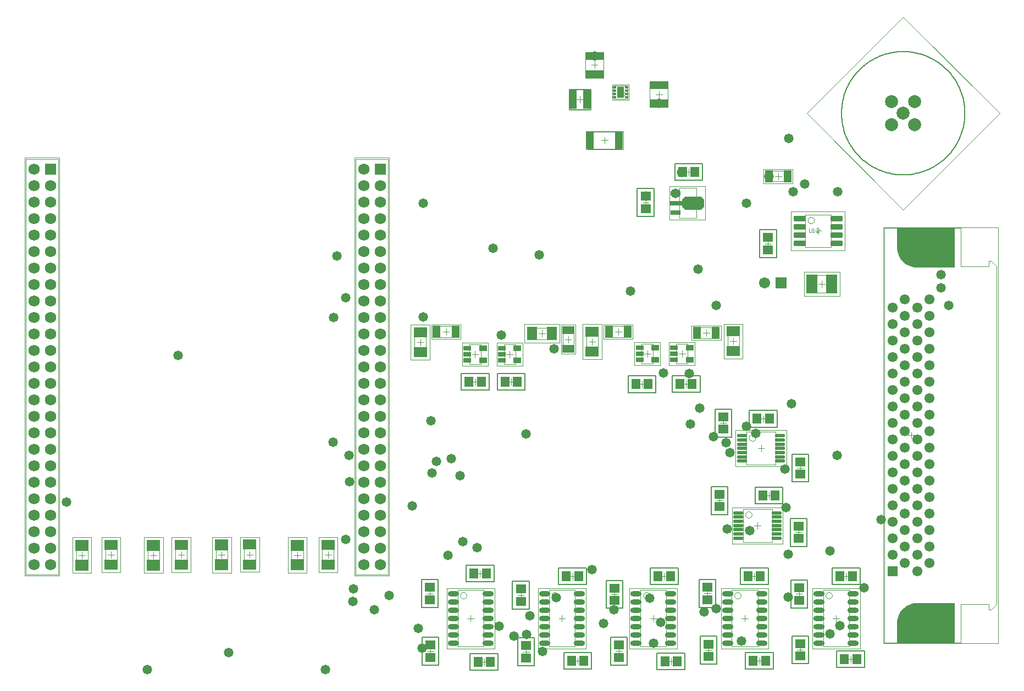
<source format=gts>
G04*
G04 #@! TF.GenerationSoftware,Altium Limited,Altium Designer,19.0.15 (446)*
G04*
G04 Layer_Color=8388736*
%FSLAX25Y25*%
%MOIN*%
G70*
G01*
G75*
%ADD11C,0.00394*%
%ADD14C,0.00787*%
%ADD17C,0.00197*%
%ADD24R,0.06127X0.05530*%
%ADD25R,0.05530X0.06127*%
%ADD43R,0.11036X0.04540*%
%ADD44R,0.08083X0.06115*%
%ADD45R,0.06312X0.03162*%
%ADD46R,0.07887X0.03162*%
G04:AMPARAMS|DCode=47|XSize=82.8mil|YSize=133.98mil|CornerRadius=0mil|HoleSize=0mil|Usage=FLASHONLY|Rotation=90.000|XOffset=0mil|YOffset=0mil|HoleType=Round|Shape=Octagon|*
%AMOCTAGOND47*
4,1,8,-0.06699,-0.02070,-0.06699,0.02070,-0.04629,0.04140,0.04629,0.04140,0.06699,0.02070,0.06699,-0.02070,0.04629,-0.04140,-0.04629,-0.04140,-0.06699,-0.02070,0.0*
%
%ADD47OCTAGOND47*%

%ADD48R,0.05131X0.07296*%
%ADD49R,0.05131X0.03359*%
%ADD50R,0.04731X0.02959*%
G04:AMPARAMS|DCode=51|XSize=21.52mil|YSize=58.92mil|CornerRadius=3.85mil|HoleSize=0mil|Usage=FLASHONLY|Rotation=90.000|XOffset=0mil|YOffset=0mil|HoleType=Round|Shape=RoundedRectangle|*
%AMROUNDEDRECTD51*
21,1,0.02152,0.05122,0,0,90.0*
21,1,0.01382,0.05892,0,0,90.0*
1,1,0.00770,0.02561,0.00691*
1,1,0.00770,0.02561,-0.00691*
1,1,0.00770,-0.02561,-0.00691*
1,1,0.00770,-0.02561,0.00691*
%
%ADD51ROUNDEDRECTD51*%
%ADD52R,0.08280X0.06706*%
%ADD53R,0.02368X0.01502*%
%ADD54R,0.03943X0.06699*%
%ADD55R,0.04737X0.11430*%
%ADD56R,0.06509X0.11824*%
%ADD57R,0.04934X0.11036*%
G04:AMPARAMS|DCode=58|XSize=33.59mil|YSize=72.96mil|CornerRadius=5.92mil|HoleSize=0mil|Usage=FLASHONLY|Rotation=90.000|XOffset=0mil|YOffset=0mil|HoleType=Round|Shape=RoundedRectangle|*
%AMROUNDEDRECTD58*
21,1,0.03359,0.06112,0,0,90.0*
21,1,0.02175,0.07296,0,0,90.0*
1,1,0.01184,0.03056,0.01088*
1,1,0.01184,0.03056,-0.01088*
1,1,0.01184,-0.03056,-0.01088*
1,1,0.01184,-0.03056,0.01088*
%
%ADD58ROUNDEDRECTD58*%
%ADD59R,0.08674X0.08674*%
%ADD60R,0.07493X0.05131*%
%ADD61O,0.06902X0.03162*%
%ADD62R,0.05131X0.07493*%
%ADD63R,0.06115X0.08083*%
%ADD64C,0.07887*%
%ADD65R,0.06706X0.06706*%
%ADD66C,0.06706*%
%ADD67C,0.06902*%
%ADD68R,0.06902X0.06902*%
%ADD69C,0.06115*%
%ADD70R,0.06115X0.06115*%
%ADD71C,0.05800*%
%ADD72C,0.02520*%
G36*
X571393Y43625D02*
X571444Y43615D01*
X571494Y43598D01*
X571541Y43575D01*
X571585Y43546D01*
X571624Y43511D01*
X571659Y43472D01*
X571688Y43428D01*
X571711Y43381D01*
X571728Y43332D01*
X571738Y43280D01*
X571741Y43228D01*
Y19606D01*
X571738Y19554D01*
X571728Y19502D01*
X571711Y19452D01*
X571688Y19405D01*
X571659Y19362D01*
X571624Y19322D01*
X571585Y19288D01*
X571541Y19259D01*
X571494Y19235D01*
X571444Y19219D01*
X571393Y19208D01*
X571341Y19205D01*
X537069D01*
X537016Y19208D01*
X536965Y19219D01*
X536915Y19235D01*
X536868Y19259D01*
X536825Y19288D01*
X536785Y19322D01*
X536751Y19362D01*
X536722Y19405D01*
X536698Y19452D01*
X536682Y19502D01*
X536671Y19554D01*
X536668Y19606D01*
Y31417D01*
Y32191D01*
X536671Y32243D01*
X536873Y33778D01*
Y33778D01*
X536884Y33830D01*
X537284Y35325D01*
X537301Y35375D01*
X537894Y36805D01*
X537917Y36852D01*
X537917Y36852D01*
X538691Y38193D01*
X538720Y38237D01*
X539663Y39465D01*
X539697Y39505D01*
X540792Y40599D01*
X540832Y40634D01*
X542060Y41576D01*
X542103Y41605D01*
X543444Y42380D01*
X543476Y42395D01*
X543491Y42403D01*
X544922Y42995D01*
X544971Y43012D01*
X546467Y43413D01*
X546518Y43423D01*
X548053Y43625D01*
X548106Y43629D01*
X548880D01*
X571341Y43629D01*
X571393Y43625D01*
D02*
G37*
G36*
Y271617D02*
X571444Y271607D01*
X571494Y271590D01*
X571541Y271567D01*
X571585Y271538D01*
X571624Y271503D01*
X571659Y271464D01*
X571688Y271420D01*
X571711Y271373D01*
X571728Y271324D01*
X571738Y271272D01*
X571741Y271220D01*
Y247598D01*
X571738Y247546D01*
X571728Y247494D01*
X571711Y247445D01*
X571688Y247397D01*
X571659Y247354D01*
X571624Y247315D01*
X571585Y247280D01*
X571541Y247251D01*
X571494Y247228D01*
X571444Y247211D01*
X571393Y247200D01*
X571341Y247197D01*
X548106D01*
X548053Y247200D01*
X546518Y247403D01*
X546467Y247413D01*
X544971Y247814D01*
X544922Y247830D01*
X543491Y248423D01*
X543476Y248430D01*
X543444Y248446D01*
X542103Y249220D01*
X542060Y249249D01*
X540832Y250192D01*
X540792Y250226D01*
X539697Y251321D01*
X539663Y251361D01*
X538720Y252589D01*
X538691Y252633D01*
X537917Y253973D01*
X537917Y253973D01*
X537894Y254020D01*
X537301Y255451D01*
X537284Y255501D01*
X536884Y256996D01*
X536873Y257047D01*
Y257048D01*
X536671Y258582D01*
X536668Y258635D01*
Y259409D01*
Y271220D01*
X536671Y271272D01*
X536682Y271324D01*
X536698Y271373D01*
X536722Y271420D01*
X536751Y271464D01*
X536785Y271503D01*
X536825Y271538D01*
X536868Y271567D01*
X536915Y271590D01*
X536965Y271607D01*
X537016Y271617D01*
X537069Y271621D01*
X571341D01*
X571393Y271617D01*
D02*
G37*
D11*
X483280Y270843D02*
Y268875D01*
X483673Y268481D01*
X484460D01*
X484854Y268875D01*
Y270843D01*
X485641Y268481D02*
X486428D01*
X486034D01*
Y270843D01*
X485641Y270449D01*
X489183Y268481D02*
X487609D01*
X489183Y270056D01*
Y270449D01*
X488790Y270843D01*
X488002D01*
X487609Y270449D01*
X450787Y143976D02*
X450524Y144961D01*
X449803Y145681D01*
X448819Y145945D01*
X447835Y145681D01*
X447114Y144961D01*
X446850Y143976D01*
X447114Y142992D01*
X447835Y142272D01*
X448819Y142008D01*
X449803Y142272D01*
X450524Y142992D01*
X450787Y143976D01*
X448701Y97165D02*
X448437Y98150D01*
X447717Y98870D01*
X446732Y99134D01*
X445748Y98870D01*
X445027Y98150D01*
X444764Y97165D01*
X445027Y96181D01*
X445748Y95461D01*
X446732Y95197D01*
X447717Y95461D01*
X448437Y96181D01*
X448701Y97165D01*
X371488Y352571D02*
X371187Y353497D01*
X370400Y354069D01*
X369427D01*
X368639Y353497D01*
X368339Y352571D01*
X368639Y351645D01*
X369427Y351073D01*
X370400D01*
X371187Y351645D01*
X371488Y352571D01*
X486417Y275781D02*
X486154Y276765D01*
X485433Y277485D01*
X484449Y277749D01*
X483465Y277485D01*
X482744Y276765D01*
X482480Y275781D01*
X482744Y274796D01*
X483465Y274076D01*
X484449Y273812D01*
X485433Y274076D01*
X486154Y274796D01*
X486417Y275781D01*
X497312Y48156D02*
X497048Y49140D01*
X496328Y49861D01*
X495343Y50125D01*
X494359Y49861D01*
X493639Y49140D01*
X493375Y48156D01*
X493639Y47172D01*
X494359Y46451D01*
X495343Y46188D01*
X496328Y46451D01*
X497048Y47172D01*
X497312Y48156D01*
X441901Y48156D02*
X441638Y49140D01*
X440917Y49861D01*
X439933Y50125D01*
X438948Y49861D01*
X438228Y49140D01*
X437964Y48156D01*
X438228Y47172D01*
X438948Y46451D01*
X439933Y46188D01*
X440917Y46451D01*
X441638Y47172D01*
X441901Y48156D01*
X386491Y48156D02*
X386227Y49140D01*
X385506Y49861D01*
X384522Y50125D01*
X383538Y49861D01*
X382817Y49140D01*
X382554Y48156D01*
X382817Y47172D01*
X383538Y46451D01*
X384522Y46188D01*
X385506Y46451D01*
X386227Y47172D01*
X386491Y48156D01*
X331080D02*
X330816Y49140D01*
X330096Y49861D01*
X329111Y50125D01*
X328127Y49861D01*
X327407Y49140D01*
X327143Y48156D01*
X327407Y47172D01*
X328127Y46451D01*
X329111Y46188D01*
X330096Y46451D01*
X330816Y47172D01*
X331080Y48156D01*
X275669D02*
X275406Y49140D01*
X274685Y49861D01*
X273701Y50125D01*
X272716Y49861D01*
X271996Y49140D01*
X271732Y48156D01*
X271996Y47172D01*
X272716Y46451D01*
X273701Y46188D01*
X274685Y46451D01*
X275406Y47172D01*
X275669Y48156D01*
X386732Y345630D02*
Y359016D01*
X397756Y345630D02*
Y359016D01*
X386732Y345630D02*
X397756D01*
X386732Y359016D02*
X397756D01*
X244036Y195433D02*
Y208425D01*
X250925Y195433D02*
Y208425D01*
X244036Y195433D02*
X250925D01*
X244036Y208425D02*
X250925D01*
X404646Y277323D02*
Y295433D01*
X414882Y277323D02*
Y295433D01*
X404646D02*
X414882D01*
X404646Y277323D02*
X414882D01*
X458130Y305925D02*
X470925D01*
X458130Y299429D02*
X470925D01*
X458130D02*
Y305925D01*
X470925Y299429D02*
Y305925D01*
X381670Y188780D02*
X388757D01*
X381670Y200984D02*
X388757D01*
Y188780D02*
Y200984D01*
X381670Y188780D02*
Y200984D01*
X445276Y127441D02*
X462992D01*
X445276Y147520D02*
X462992D01*
Y127441D02*
Y147520D01*
X445276Y127441D02*
Y147520D01*
X123543Y79567D02*
X130630D01*
X123543Y66181D02*
X130630D01*
Y79567D01*
X123543Y66181D02*
Y79567D01*
X443189Y80630D02*
Y100709D01*
X460906Y80630D02*
Y100709D01*
X443189D02*
X460906D01*
X443189Y80630D02*
X460906D01*
X298167Y188465D02*
Y200669D01*
X305253Y188465D02*
Y200669D01*
X298167D02*
X305253D01*
X298167Y188465D02*
X305253D01*
X277222D02*
Y200669D01*
X284308Y188465D02*
Y200669D01*
X277222D02*
X284308D01*
X277222Y188465D02*
X284308D01*
X402615Y188780D02*
Y200984D01*
X409702Y188780D02*
Y200984D01*
X402615D02*
X409702D01*
X402615Y188780D02*
X409702D01*
X373063Y349421D02*
Y357689D01*
X364795Y349421D02*
Y357689D01*
Y349421D02*
X373063D01*
X364795Y357689D02*
X373063D01*
X338346Y343386D02*
X350157D01*
Y355197D01*
X338346D02*
X350157D01*
X338346Y343386D02*
Y355197D01*
X227886Y61008D02*
Y313016D01*
X208398D02*
X227886D01*
X208398Y61008D02*
Y313016D01*
Y61008D02*
X227886D01*
X497716Y231929D02*
Y242559D01*
X484331Y231929D02*
Y242559D01*
Y231929D02*
X497716D01*
X484331Y242559D02*
X497716D01*
X348976Y319095D02*
Y329724D01*
X369449Y319095D02*
Y329724D01*
X348976D02*
X369449D01*
X348976Y319095D02*
X369449D01*
X480905Y259639D02*
X496654D01*
X480905Y279324D02*
X496654D01*
Y259639D02*
Y279324D01*
X480905Y259639D02*
Y279324D01*
X575628Y247988D02*
X592203D01*
X575274D02*
Y270913D01*
X528819Y271220D02*
X575274D01*
X528818Y19607D02*
X575275D01*
X528819Y19606D02*
Y271220D01*
X575276Y19606D02*
Y42834D01*
X575280Y42838D01*
X592205D01*
X596929Y42834D02*
Y247992D01*
X593780Y251141D02*
X596929Y247992D01*
X592205Y251141D02*
X593780D01*
X592205Y247990D02*
Y251141D01*
X593780Y39685D02*
X596929Y42834D01*
X592205Y39685D02*
X593780D01*
X592205D02*
Y42838D01*
X333798Y197165D02*
X340491D01*
X333798Y210157D02*
X340491D01*
X333798Y197165D02*
Y210157D01*
X340491Y197165D02*
Y210157D01*
X491800Y17152D02*
Y51601D01*
X507548Y17152D02*
Y51601D01*
X491800D02*
X507548D01*
X491800Y17152D02*
X507548D01*
X140650Y79567D02*
X147539D01*
X140650Y66575D02*
X147539D01*
Y79567D01*
X140650Y66575D02*
Y79567D01*
X82205Y65905D02*
Y79291D01*
X89291Y65905D02*
Y79291D01*
X82205Y65905D02*
X89291D01*
X82205Y79291D02*
X89291D01*
X169449Y79409D02*
X176535D01*
X169449Y66024D02*
X176535D01*
Y79409D01*
X169449Y66024D02*
Y79409D01*
X188090Y79410D02*
X194980D01*
X188090Y66418D02*
X194980D01*
Y79410D01*
X188090Y66418D02*
Y79410D01*
X38858Y79331D02*
X45945D01*
X38858Y65945D02*
X45945D01*
Y79331D01*
X38858Y65945D02*
Y79331D01*
X56594Y79331D02*
X63484D01*
X56594Y66339D02*
X63484D01*
Y79331D01*
X56594Y66339D02*
Y79331D01*
X99035Y79292D02*
X105925D01*
X99035Y66299D02*
X105925D01*
Y79292D01*
X99035Y66299D02*
Y79292D01*
X436389Y17152D02*
Y51601D01*
X452137Y17152D02*
Y51601D01*
X436389D02*
X452137D01*
X436389Y17152D02*
X452137D01*
X380979D02*
Y51601D01*
X396727Y17152D02*
Y51601D01*
X380979D02*
X396727D01*
X380979Y17152D02*
X396727D01*
X325568D02*
Y51601D01*
X341316Y17152D02*
Y51601D01*
X325568D02*
X341316D01*
X325568Y17152D02*
X341316D01*
X270157D02*
Y51601D01*
X285905Y17152D02*
Y51601D01*
X270157D02*
X285905D01*
X270157Y17152D02*
X285905D01*
X374016Y204921D02*
Y211614D01*
X361024Y204921D02*
Y211614D01*
Y204921D02*
X374016D01*
X361024Y211614D02*
X374016D01*
X348327Y208622D02*
X355217D01*
X348327Y195630D02*
X355217D01*
Y208622D01*
X348327Y195630D02*
Y208622D01*
X433957Y208937D02*
X440847D01*
X433957Y195945D02*
X440847D01*
Y208937D01*
X433957Y195945D02*
Y208937D01*
X414449Y204291D02*
Y210984D01*
X427441Y204291D02*
Y210984D01*
X414449D02*
X427441D01*
X414449Y204291D02*
X427441D01*
X269646Y204961D02*
Y211653D01*
X256654Y204961D02*
Y211653D01*
Y204961D02*
X269646D01*
X256654Y211653D02*
X269646D01*
X327695Y203681D02*
Y210571D01*
X314703Y203681D02*
Y210571D01*
Y203681D02*
X327695D01*
X314703Y210571D02*
X327695D01*
X27886Y61008D02*
Y313016D01*
X8398D02*
X27886D01*
X8398Y61008D02*
Y313016D01*
Y61008D02*
X27886D01*
X347638Y363464D02*
X358661D01*
X347638Y376850D02*
X358661D01*
X347638Y363464D02*
Y376850D01*
X358661Y363464D02*
Y376850D01*
X390276Y352323D02*
X394213D01*
X392244Y350354D02*
Y354291D01*
X422362Y12992D02*
Y16929D01*
X420394Y14961D02*
X424331D01*
X367874Y12480D02*
Y16417D01*
X365906Y14449D02*
X369843D01*
X284291Y7992D02*
X288228D01*
X286260Y6024D02*
Y9961D01*
X311732Y12087D02*
Y16024D01*
X309764Y14055D02*
X313701D01*
X245512Y201929D02*
X249449D01*
X247480Y199961D02*
Y203898D01*
X407795Y286378D02*
X411732D01*
X409764Y284409D02*
Y288346D01*
X464528Y300709D02*
Y304646D01*
X462559Y302677D02*
X466496D01*
X408701Y174646D02*
Y178583D01*
X406732Y176614D02*
X410669D01*
X381969Y174449D02*
Y178386D01*
X380000Y176417D02*
X383937D01*
X302638Y176024D02*
Y179961D01*
X300669Y177992D02*
X304606D01*
X280827Y176024D02*
Y179961D01*
X278858Y177992D02*
X282795D01*
X253504Y12365D02*
Y16302D01*
X251535Y14334D02*
X255472D01*
X281811Y61496D02*
X285748D01*
X283780Y59528D02*
Y63465D01*
X340984Y8583D02*
X344921D01*
X342953Y6614D02*
Y10551D01*
X397598Y8228D02*
X401535D01*
X399567Y6260D02*
Y10197D01*
X419528Y49409D02*
X423465D01*
X421496Y47441D02*
Y51378D01*
X503780Y60000D02*
X507717D01*
X505748Y58032D02*
Y61969D01*
X506496Y9449D02*
X510433D01*
X508465Y7480D02*
Y11417D01*
X451220Y8622D02*
X455157D01*
X453189Y6654D02*
Y10591D01*
X478071Y13268D02*
Y17205D01*
X476102Y15236D02*
X480039D01*
X475394Y49094D02*
X479331D01*
X477362Y47126D02*
Y51063D01*
X481902Y340857D02*
X540363Y282396D01*
X481902Y340857D02*
X540363Y399319D01*
X598825Y340857D01*
X540363Y282396D02*
X598825Y340857D01*
X385214Y192913D02*
Y196850D01*
X383245Y194882D02*
X387182D01*
X454134Y135512D02*
Y139449D01*
X452165Y137480D02*
X456102D01*
X448071Y59921D02*
X452008D01*
X450039Y57953D02*
Y61890D01*
X393425Y60000D02*
X397362D01*
X395394Y58032D02*
Y61969D01*
X337874Y59921D02*
X341811D01*
X339843Y57953D02*
Y61890D01*
X458454Y259750D02*
Y263687D01*
X456485Y261719D02*
X460422D01*
X408296Y305301D02*
X412233D01*
X410265Y303333D02*
Y307270D01*
X384134Y284764D02*
Y288701D01*
X382165Y286732D02*
X386102D01*
X127087Y70906D02*
Y74843D01*
X125118Y72874D02*
X129055D01*
X365197Y46929D02*
Y50866D01*
X363228Y48898D02*
X367165D01*
X308465Y46417D02*
Y50354D01*
X306496Y48386D02*
X310433D01*
X253346Y47402D02*
Y51339D01*
X251378Y49370D02*
X255315D01*
X477992Y123583D02*
Y127520D01*
X476024Y125551D02*
X479961D01*
X476969Y84528D02*
Y88465D01*
X475000Y86496D02*
X478937D01*
X453504Y155407D02*
X457441D01*
X455472Y153438D02*
Y157375D01*
X457008Y108937D02*
X460945D01*
X458976Y106969D02*
Y110906D01*
X428858Y103858D02*
Y107795D01*
X426890Y105827D02*
X430827D01*
X431378Y150866D02*
Y154803D01*
X429409Y152835D02*
X433346D01*
X450079Y90669D02*
X454016D01*
X452047Y88701D02*
Y92638D01*
X299741Y194567D02*
X303678D01*
X301710Y192598D02*
Y196535D01*
X278797Y194567D02*
X282734D01*
X280765Y192598D02*
Y196535D01*
X404190Y194882D02*
X408127D01*
X406158Y192913D02*
Y196850D01*
X366961Y353555D02*
X370898D01*
X368929Y351587D02*
Y355524D01*
X344252Y347323D02*
Y351260D01*
X342283Y349291D02*
X346220D01*
X489055Y237244D02*
X492992D01*
X491024Y235276D02*
Y239213D01*
X357244Y324409D02*
X361181D01*
X359213Y322441D02*
Y326378D01*
X488780Y267513D02*
Y271450D01*
X486811Y269481D02*
X490748D01*
X545128Y143444D02*
Y147381D01*
X543159Y145413D02*
X547096D01*
X337145Y201693D02*
Y205630D01*
X335176Y203661D02*
X339113D01*
X497706Y34377D02*
X501643D01*
X499674Y32408D02*
Y36345D01*
X144094Y71103D02*
Y75040D01*
X142126Y73071D02*
X146063D01*
X83780Y72598D02*
X87717D01*
X85748Y70630D02*
Y74567D01*
X172992Y70748D02*
Y74685D01*
X171024Y72716D02*
X174961D01*
X191535Y70945D02*
Y74882D01*
X189567Y72914D02*
X193504D01*
X42402Y70669D02*
Y74606D01*
X40433Y72638D02*
X44370D01*
X60039Y70866D02*
Y74803D01*
X58071Y72835D02*
X62008D01*
X102480Y70827D02*
Y74764D01*
X100512Y72795D02*
X104449D01*
X442295Y34377D02*
X446232D01*
X444263Y32408D02*
Y36345D01*
X386884Y34377D02*
X390821D01*
X388853Y32408D02*
Y36345D01*
X331474Y34377D02*
X335411D01*
X333442Y32408D02*
Y36345D01*
X276063Y34377D02*
X280000D01*
X278031Y32408D02*
Y36345D01*
X365551Y208268D02*
X369488D01*
X367520Y206299D02*
Y210236D01*
X351772Y200158D02*
Y204095D01*
X349803Y202126D02*
X353740D01*
X437402Y200472D02*
Y204409D01*
X435433Y202441D02*
X439370D01*
X418976Y207638D02*
X422913D01*
X420945Y205669D02*
Y209606D01*
X261181Y208307D02*
X265118D01*
X263150Y206339D02*
Y210276D01*
X319231Y207126D02*
X323168D01*
X321199Y205157D02*
Y209094D01*
X353150Y368189D02*
Y372126D01*
X351181Y370157D02*
X355118D01*
D14*
X566810Y314410D02*
X567505Y315124D01*
X568180Y315856D01*
X568836Y316605D01*
X569471Y317371D01*
X570086Y318155D01*
X570680Y318954D01*
X571252Y319769D01*
X571803Y320599D01*
X572331Y321443D01*
X572836Y322301D01*
X573319Y323171D01*
X573778Y324055D01*
X574214Y324951D01*
X574625Y325857D01*
X575012Y326775D01*
X575375Y327702D01*
X575713Y328639D01*
X576025Y329584D01*
X576313Y330537D01*
X576575Y331498D01*
X576811Y332465D01*
X577022Y333439D01*
X577206Y334417D01*
X577364Y335400D01*
X577497Y336387D01*
X577602Y337377D01*
X577682Y338370D01*
X577735Y339364D01*
X577761Y340359D01*
Y341355D01*
X577735Y342351D01*
X577682Y343345D01*
X577602Y344337D01*
X577497Y345327D01*
X577364Y346315D01*
X577206Y347298D01*
X577022Y348276D01*
X576811Y349249D01*
X576575Y350217D01*
X576313Y351177D01*
X576025Y352131D01*
X575713Y353076D01*
X575375Y354013D01*
X575012Y354940D01*
X574625Y355857D01*
X574214Y356764D01*
X573778Y357660D01*
X573319Y358543D01*
X572836Y359414D01*
X572331Y360272D01*
X571803Y361116D01*
X571252Y361946D01*
X570680Y362761D01*
X570086Y363560D01*
X569471Y364343D01*
X568836Y365110D01*
X568180Y365859D01*
X567505Y366591D01*
X566810Y367304D01*
X566097Y367999D01*
X565365Y368674D01*
X564616Y369330D01*
X563849Y369966D01*
X563066Y370580D01*
X562267Y371174D01*
X561452Y371746D01*
X560622Y372297D01*
X559778Y372825D01*
X558920Y373331D01*
X558049Y373813D01*
X557165Y374272D01*
X556270Y374708D01*
X555363Y375119D01*
X554446Y375506D01*
X553518Y375869D01*
X552582Y376207D01*
X551637Y376519D01*
X550683Y376807D01*
X549722Y377069D01*
X548755Y377305D01*
X547782Y377516D01*
X546804Y377700D01*
X545820Y377859D01*
X544834Y377991D01*
X543843Y378097D01*
X542851Y378176D01*
X541856Y378229D01*
X540861Y378256D01*
X539865Y378256D01*
X538870Y378229D01*
X537876Y378176D01*
X536883Y378097D01*
X535893Y377991D01*
X534906Y377859D01*
X533923Y377700D01*
X532945Y377516D01*
X531971Y377305D01*
X531004Y377069D01*
X530043Y376807D01*
X529090Y376520D01*
X528145Y376207D01*
X527208Y375869D01*
X526281Y375506D01*
X525363Y375119D01*
X524457Y374708D01*
X523561Y374272D01*
X522677Y373813D01*
X521806Y373331D01*
X520949Y372825D01*
X520104Y372297D01*
X519275Y371747D01*
X518460Y371174D01*
X517661Y370581D01*
X516877Y369966D01*
X516111Y369330D01*
X515361Y368674D01*
X514630Y367999D01*
X513916Y367304D01*
X513916Y367304D02*
X513222Y366591D01*
X512546Y365859D01*
X511890Y365110D01*
X511255Y364343D01*
X510640Y363560D01*
X510046Y362761D01*
X509474Y361946D01*
X508923Y361116D01*
X508395Y360272D01*
X507890Y359414D01*
X507407Y358543D01*
X506948Y357660D01*
X506513Y356764D01*
X506101Y355857D01*
X505714Y354940D01*
X505351Y354013D01*
X505014Y353076D01*
X504701Y352131D01*
X504414Y351177D01*
X504151Y350217D01*
X503915Y349249D01*
X503705Y348276D01*
X503520Y347298D01*
X503362Y346315D01*
X503230Y345328D01*
X503124Y344338D01*
X503044Y343345D01*
X502991Y342351D01*
X502965Y341355D01*
Y340359D01*
X502991Y339364D01*
X503044Y338370D01*
X503124Y337377D01*
X503230Y336387D01*
X503362Y335400D01*
X503520Y334417D01*
X503705Y333439D01*
X503915Y332466D01*
X504151Y331498D01*
X504414Y330538D01*
X504701Y329584D01*
X505014Y328639D01*
X505351Y327702D01*
X505714Y326775D01*
X506101Y325857D01*
X506513Y324951D01*
X506948Y324055D01*
X507407Y323172D01*
X507890Y322301D01*
X508395Y321443D01*
X508923Y320599D01*
X509474Y319769D01*
X510046Y318954D01*
X510640Y318155D01*
X511255Y317372D01*
X511890Y316605D01*
X512546Y315856D01*
X513222Y315124D01*
X513916Y314410D01*
X514630Y313716D01*
X515361Y313040D01*
X516111Y312385D01*
X516877Y311749D01*
X517660Y311134D01*
X518460Y310541D01*
X519274Y309968D01*
X520104Y309418D01*
X520948Y308890D01*
X521806Y308384D01*
X522677Y307902D01*
X523561Y307442D01*
X524456Y307007D01*
X525363Y306595D01*
X526280Y306208D01*
X527208Y305846D01*
X528144Y305508D01*
X529090Y305195D01*
X530043Y304908D01*
X531004Y304646D01*
X531971Y304409D01*
X532944Y304199D01*
X533923Y304014D01*
X534906Y303856D01*
X535893Y303724D01*
X536883Y303618D01*
X537875Y303539D01*
X538870Y303486D01*
X539865Y303459D01*
X540861Y303459D01*
X541856Y303486D01*
X542851Y303539D01*
X543843Y303618D01*
X544833Y303724D01*
X545820Y303856D01*
X546803Y304014D01*
X547782Y304199D01*
X548755Y304409D01*
X549722Y304646D01*
X550683Y304908D01*
X551636Y305195D01*
X552582Y305508D01*
X553518Y305846D01*
X554446Y306208D01*
X555363Y306595D01*
X556270Y307007D01*
X557165Y307442D01*
X558049Y307901D01*
X558920Y308384D01*
X559778Y308889D01*
X560622Y309418D01*
X561452Y309968D01*
X562266Y310540D01*
X563066Y311134D01*
X563849Y311749D01*
X564615Y312385D01*
X565365Y313040D01*
X566096Y313716D01*
X566810Y314410D01*
X417330Y6484D02*
Y23437D01*
X427394D01*
Y6484D02*
Y23437D01*
X417330Y6484D02*
X427394D01*
X362842Y5972D02*
Y22926D01*
X372906D01*
Y5972D02*
Y22926D01*
X362842Y5972D02*
X372906D01*
X277783Y2960D02*
X294737D01*
X277783D02*
Y13024D01*
X294737D01*
Y2960D02*
Y13024D01*
X306700Y5578D02*
Y22532D01*
X316764D01*
Y5578D02*
Y22532D01*
X306700Y5578D02*
X316764D01*
X400224Y171582D02*
Y181646D01*
Y171582D02*
X417178D01*
Y181646D01*
X400224D02*
X417178D01*
X373492Y171385D02*
Y181449D01*
Y171385D02*
X390445D01*
Y181449D01*
X373492D02*
X390445D01*
X294161Y172960D02*
Y183024D01*
Y172960D02*
X311115D01*
Y183024D01*
X294161D02*
X311115D01*
X272350Y172960D02*
Y183024D01*
Y172960D02*
X289304D01*
Y183024D01*
X272350D02*
X289304D01*
X248472Y5857D02*
Y22811D01*
X258536D01*
Y5857D02*
Y22811D01*
X248472Y5857D02*
X258536D01*
X275303Y56464D02*
X292256D01*
X275303D02*
Y66528D01*
X292256D01*
Y56464D02*
Y66528D01*
X334476Y3551D02*
X351430D01*
X334476D02*
Y13615D01*
X351430D01*
Y3551D02*
Y13615D01*
X391090Y3196D02*
X408044D01*
X391090D02*
Y13260D01*
X408044D01*
Y3196D02*
Y13260D01*
X416464Y57886D02*
X426528D01*
X416464Y40933D02*
Y57886D01*
Y40933D02*
X426528D01*
Y57886D01*
X497271Y54968D02*
X514225D01*
X497271D02*
Y65032D01*
X514225D01*
Y54968D02*
Y65032D01*
X499988Y4417D02*
X516941D01*
X499988D02*
Y14481D01*
X516941D01*
Y4417D02*
Y14481D01*
X444712Y3590D02*
X461666D01*
X444712D02*
Y13654D01*
X461666D01*
Y3590D02*
Y13654D01*
X473039Y6759D02*
Y23713D01*
X483103D01*
Y6759D02*
Y23713D01*
X473039Y6759D02*
X483103D01*
X472330Y57571D02*
X482394D01*
X472330Y40618D02*
Y57571D01*
Y40618D02*
X482394D01*
Y57571D01*
X441563Y54889D02*
X458516D01*
X441563D02*
Y64953D01*
X458516D01*
Y54889D02*
Y64953D01*
X386917Y54968D02*
X403870D01*
X386917D02*
Y65032D01*
X403870D01*
Y54968D02*
Y65032D01*
X331366Y54889D02*
X348319D01*
X331366D02*
Y64953D01*
X348319D01*
Y54889D02*
Y64953D01*
X453422Y253242D02*
Y270195D01*
X463486D01*
Y253242D02*
Y270195D01*
X453422Y253242D02*
X463486D01*
X401788Y310333D02*
X418741D01*
Y300269D02*
Y310333D01*
X401788Y300269D02*
X418741D01*
X401788D02*
Y310333D01*
X389166Y278256D02*
Y295209D01*
X379102Y278256D02*
X389166D01*
X379102D02*
Y295209D01*
X389166D01*
X370229Y40421D02*
Y57374D01*
X360165Y40421D02*
X370229D01*
X360165D02*
Y57374D01*
X370229D01*
X313496Y39909D02*
Y56863D01*
X303433Y39909D02*
X313496D01*
X303433D02*
Y56863D01*
X313496D01*
X258378Y40893D02*
Y57847D01*
X248315Y40893D02*
X258378D01*
X248315D02*
Y57847D01*
X258378D01*
X483024Y117074D02*
Y134028D01*
X472960Y117074D02*
X483024D01*
X472960D02*
Y134028D01*
X483024D01*
X482000Y78019D02*
Y94973D01*
X471937Y78019D02*
X482000D01*
X471937D02*
Y94973D01*
X482000D01*
X446996Y150375D02*
X463949D01*
X446996D02*
Y160439D01*
X463949D01*
Y150375D02*
Y160439D01*
X450500Y103905D02*
X467453D01*
X450500D02*
Y113969D01*
X467453D01*
Y103905D02*
Y113969D01*
X423826Y97350D02*
Y114304D01*
X433890D01*
Y97350D02*
Y114304D01*
X423826Y97350D02*
X433890D01*
X426346Y144358D02*
Y161311D01*
X436410D01*
Y144358D02*
Y161311D01*
X426346Y144358D02*
X436410D01*
D17*
X386732Y344449D02*
Y360197D01*
X397756Y344449D02*
Y360197D01*
X386732Y344449D02*
X397756D01*
X386732Y360197D02*
X397756D01*
X241772Y191299D02*
Y212559D01*
X253189Y191299D02*
Y212559D01*
X241772Y191299D02*
X253189D01*
X241772Y212559D02*
X253189D01*
X398543Y276339D02*
Y296417D01*
X420197Y276339D02*
Y296417D01*
X398543D02*
X420197D01*
X398543Y276339D02*
X420197D01*
X455669Y307008D02*
X473386D01*
X455669Y298346D02*
X473386D01*
X455669D02*
Y307008D01*
X473386Y298346D02*
Y307008D01*
X377340Y187795D02*
X393088D01*
X377340Y201969D02*
X393088D01*
Y187795D02*
Y201969D01*
X377340Y187795D02*
Y201969D01*
X438780Y126457D02*
X469488D01*
X438780Y148504D02*
X469488D01*
Y126457D02*
Y148504D01*
X438780Y126457D02*
Y148504D01*
X121378Y83701D02*
X132795D01*
X121378Y62047D02*
X132795D01*
Y83701D01*
X121378Y62047D02*
Y83701D01*
X436693Y79646D02*
Y101693D01*
X467402Y79646D02*
Y101693D01*
X436693D02*
X467402D01*
X436693Y79646D02*
X467402D01*
X293836Y187480D02*
Y201654D01*
X309584Y187480D02*
Y201654D01*
X293836D02*
X309584D01*
X293836Y187480D02*
X309584D01*
X272891D02*
Y201654D01*
X288639Y187480D02*
Y201654D01*
X272891D02*
X288639D01*
X272891Y187480D02*
X288639D01*
X398284Y187795D02*
Y201969D01*
X414033Y187795D02*
Y201969D01*
X398284D02*
X414033D01*
X398284Y187795D02*
X414033D01*
X374047Y349028D02*
Y358083D01*
X363811Y349028D02*
Y358083D01*
Y349028D02*
X374047D01*
X363811Y358083D02*
X374047D01*
X337559Y342992D02*
X350945D01*
Y355591D01*
X337559D02*
X350945D01*
X337559Y342992D02*
Y355591D01*
X228772Y60122D02*
Y313902D01*
X207512D02*
X228772D01*
X207512Y60122D02*
Y313902D01*
Y60122D02*
X228772D01*
X501850Y229764D02*
Y244724D01*
X480197Y229764D02*
Y244724D01*
Y229764D02*
X501850D01*
X480197Y244724D02*
X501850D01*
X347795Y318898D02*
Y329921D01*
X370630Y318898D02*
Y329921D01*
X347795D02*
X370630D01*
X347795Y318898D02*
X370630D01*
X472441Y257670D02*
X505118D01*
X472441Y281292D02*
X505118D01*
Y257670D02*
Y281292D01*
X472441Y257670D02*
Y281292D01*
X528423Y19212D02*
X598108D01*
Y271614D01*
X528423D02*
X598108D01*
X528423Y19212D02*
Y271614D01*
X332814Y194803D02*
X341476D01*
X332814Y212520D02*
X341476D01*
X332814Y194803D02*
Y212520D01*
X341476Y194803D02*
Y212520D01*
X485206Y16069D02*
Y52684D01*
X514143Y16069D02*
Y52684D01*
X485206D02*
X514143D01*
X485206Y16069D02*
X514143D01*
X138386Y83701D02*
X149803D01*
X138386Y62441D02*
X149803D01*
Y83701D01*
X138386Y62441D02*
Y83701D01*
X80039Y61772D02*
Y83425D01*
X91457Y61772D02*
Y83425D01*
X80039Y61772D02*
X91457D01*
X80039Y83425D02*
X91457D01*
X167283Y83543D02*
X178701D01*
X167283Y61890D02*
X178701D01*
Y83543D01*
X167283Y61890D02*
Y83543D01*
X185827Y83543D02*
X197244D01*
X185827Y62284D02*
X197244D01*
Y83543D01*
X185827Y62284D02*
Y83543D01*
X36693Y83465D02*
X48110D01*
X36693Y61811D02*
X48110D01*
Y83465D01*
X36693Y61811D02*
Y83465D01*
X54331Y83465D02*
X65748D01*
X54331Y62205D02*
X65748D01*
Y83465D01*
X54331Y62205D02*
Y83465D01*
X96772Y83425D02*
X108189D01*
X96772Y62166D02*
X108189D01*
Y83425D01*
X96772Y62166D02*
Y83425D01*
X429795Y16069D02*
Y52684D01*
X458732Y16069D02*
Y52684D01*
X429795D02*
X458732D01*
X429795Y16069D02*
X458732D01*
X374384D02*
Y52684D01*
X403321Y16069D02*
Y52684D01*
X374384D02*
X403321D01*
X374384Y16069D02*
X403321D01*
X318974D02*
Y52684D01*
X347911Y16069D02*
Y52684D01*
X318974D02*
X347911D01*
X318974Y16069D02*
X347911D01*
X263563D02*
Y52684D01*
X292500Y16069D02*
Y52684D01*
X263563D02*
X292500D01*
X263563Y16069D02*
X292500D01*
X376378Y203937D02*
Y212598D01*
X358661Y203937D02*
Y212598D01*
Y203937D02*
X376378D01*
X358661Y212598D02*
X376378D01*
X346063Y212756D02*
X357480D01*
X346063Y191496D02*
X357480D01*
Y212756D01*
X346063Y191496D02*
Y212756D01*
X431693Y213071D02*
X443110D01*
X431693Y191811D02*
X443110D01*
Y213071D01*
X431693Y191811D02*
Y213071D01*
X412087Y203307D02*
Y211968D01*
X429803Y203307D02*
Y211968D01*
X412087D02*
X429803D01*
X412087Y203307D02*
X429803D01*
X272008Y203976D02*
Y212638D01*
X254291Y203976D02*
Y212638D01*
Y203976D02*
X272008D01*
X254291Y212638D02*
X272008D01*
X331829Y201417D02*
Y212835D01*
X310569Y201417D02*
Y212835D01*
Y201417D02*
X331829D01*
X310569Y212835D02*
X331829D01*
X28772Y60122D02*
Y313902D01*
X7512D02*
X28772D01*
X7512Y60122D02*
Y313902D01*
Y60122D02*
X28772D01*
X347638Y362283D02*
X358661D01*
X347638Y378031D02*
X358661D01*
X347638Y362283D02*
Y378031D01*
X358661Y362283D02*
Y378031D01*
D24*
X422362Y11217D02*
D03*
Y18704D02*
D03*
X367874Y10706D02*
D03*
Y18192D02*
D03*
X311732Y10312D02*
D03*
Y17798D02*
D03*
X253504Y10591D02*
D03*
Y18077D02*
D03*
X421496Y45666D02*
D03*
Y53153D02*
D03*
X478071Y11493D02*
D03*
Y18979D02*
D03*
X477362Y45351D02*
D03*
Y52838D02*
D03*
X458454Y257975D02*
D03*
Y265462D02*
D03*
X384134Y290476D02*
D03*
Y282989D02*
D03*
X365197Y52641D02*
D03*
Y45154D02*
D03*
X308465Y52129D02*
D03*
Y44643D02*
D03*
X253346Y53113D02*
D03*
Y45627D02*
D03*
X477992Y129294D02*
D03*
Y121808D02*
D03*
X476969Y90239D02*
D03*
Y82753D02*
D03*
X428858Y102084D02*
D03*
Y109570D02*
D03*
X431378Y149091D02*
D03*
Y156578D02*
D03*
D25*
X290003Y7992D02*
D03*
X282517D02*
D03*
X412444Y176614D02*
D03*
X404958D02*
D03*
X385712Y176417D02*
D03*
X378225D02*
D03*
X306381Y177992D02*
D03*
X298895D02*
D03*
X284570D02*
D03*
X277084D02*
D03*
X287523Y61496D02*
D03*
X280036D02*
D03*
X346696Y8583D02*
D03*
X339210D02*
D03*
X403310Y8228D02*
D03*
X395824D02*
D03*
X509491Y60000D02*
D03*
X502005D02*
D03*
X512208Y9449D02*
D03*
X504721D02*
D03*
X456932Y8622D02*
D03*
X449446D02*
D03*
X453783Y59921D02*
D03*
X446296D02*
D03*
X399137Y60000D02*
D03*
X391650D02*
D03*
X343586Y59921D02*
D03*
X336099D02*
D03*
X406521Y305301D02*
D03*
X414008D02*
D03*
X459216Y155407D02*
D03*
X451729D02*
D03*
X462720Y108937D02*
D03*
X455233D02*
D03*
D43*
X392244Y346811D02*
D03*
Y357835D02*
D03*
X353150Y364646D02*
D03*
Y375669D02*
D03*
D44*
X247480Y195925D02*
D03*
Y207933D02*
D03*
X144094Y79075D02*
D03*
Y67067D02*
D03*
X191535Y78918D02*
D03*
Y66910D02*
D03*
X60039Y78839D02*
D03*
Y66831D02*
D03*
X102480Y78799D02*
D03*
Y66792D02*
D03*
X351772Y208130D02*
D03*
Y196122D02*
D03*
X437402Y208445D02*
D03*
Y196437D02*
D03*
D45*
X402283Y292283D02*
D03*
Y280472D02*
D03*
D46*
X403071Y286378D02*
D03*
D47*
X412913D02*
D03*
D48*
X458917Y302677D02*
D03*
X470138D02*
D03*
D49*
X389938Y198622D02*
D03*
Y191142D02*
D03*
X306434Y190827D02*
D03*
Y198307D02*
D03*
X285490Y190827D02*
D03*
Y198307D02*
D03*
X410883Y191142D02*
D03*
Y198622D02*
D03*
D50*
X380489Y191142D02*
D03*
Y194882D02*
D03*
Y198622D02*
D03*
X296986Y198307D02*
D03*
Y194567D02*
D03*
Y190827D02*
D03*
X276041Y198307D02*
D03*
Y194567D02*
D03*
Y190827D02*
D03*
X401434Y198622D02*
D03*
Y194882D02*
D03*
Y191142D02*
D03*
D51*
X465748Y129803D02*
D03*
Y132362D02*
D03*
Y134921D02*
D03*
Y137480D02*
D03*
Y140039D02*
D03*
Y142598D02*
D03*
Y145157D02*
D03*
X442520Y129803D02*
D03*
Y132362D02*
D03*
Y134921D02*
D03*
Y137480D02*
D03*
Y140039D02*
D03*
Y142598D02*
D03*
Y145157D02*
D03*
X440433Y98346D02*
D03*
Y95787D02*
D03*
Y93228D02*
D03*
Y90669D02*
D03*
Y88110D02*
D03*
Y85551D02*
D03*
Y82992D02*
D03*
X463661Y98346D02*
D03*
Y95787D02*
D03*
Y93228D02*
D03*
Y90669D02*
D03*
Y88110D02*
D03*
Y85551D02*
D03*
Y82992D02*
D03*
D52*
X127087Y78780D02*
D03*
Y66969D02*
D03*
X85748Y66693D02*
D03*
Y78504D02*
D03*
X172992Y78622D02*
D03*
Y66811D02*
D03*
X42402Y78543D02*
D03*
Y66732D02*
D03*
D53*
X372669Y350602D02*
D03*
Y352571D02*
D03*
Y354539D02*
D03*
Y356508D02*
D03*
X365189D02*
D03*
Y354539D02*
D03*
Y352571D02*
D03*
Y350602D02*
D03*
D54*
X368929Y353555D02*
D03*
D55*
X339921Y349291D02*
D03*
X348583D02*
D03*
D56*
X497028Y237244D02*
D03*
X485020D02*
D03*
D57*
X350354Y324409D02*
D03*
X368071D02*
D03*
D58*
X499902Y261981D02*
D03*
Y266981D02*
D03*
Y271981D02*
D03*
Y276981D02*
D03*
X477657Y261981D02*
D03*
Y266981D02*
D03*
Y271981D02*
D03*
Y276981D02*
D03*
D59*
X562128Y259413D02*
D03*
Y31413D02*
D03*
D60*
X337145Y197953D02*
D03*
Y209370D02*
D03*
D61*
X489241Y49377D02*
D03*
Y44377D02*
D03*
Y39377D02*
D03*
Y34377D02*
D03*
Y29377D02*
D03*
Y24377D02*
D03*
Y19377D02*
D03*
X510107Y49377D02*
D03*
Y44377D02*
D03*
Y39377D02*
D03*
Y34377D02*
D03*
Y29377D02*
D03*
Y24377D02*
D03*
Y19377D02*
D03*
X433830Y49377D02*
D03*
Y44377D02*
D03*
Y39377D02*
D03*
Y34377D02*
D03*
Y29377D02*
D03*
Y24377D02*
D03*
Y19377D02*
D03*
X454696Y49377D02*
D03*
Y44377D02*
D03*
Y39377D02*
D03*
Y34377D02*
D03*
Y29377D02*
D03*
Y24377D02*
D03*
Y19377D02*
D03*
X378420Y49377D02*
D03*
Y44377D02*
D03*
Y39377D02*
D03*
Y34377D02*
D03*
Y29377D02*
D03*
Y24377D02*
D03*
Y19377D02*
D03*
X399286Y49377D02*
D03*
Y44377D02*
D03*
Y39377D02*
D03*
Y34377D02*
D03*
Y29377D02*
D03*
Y24377D02*
D03*
Y19377D02*
D03*
X323009Y49377D02*
D03*
Y44377D02*
D03*
Y39377D02*
D03*
Y34377D02*
D03*
Y29377D02*
D03*
Y24377D02*
D03*
Y19377D02*
D03*
X343875Y49377D02*
D03*
Y44377D02*
D03*
Y39377D02*
D03*
Y34377D02*
D03*
Y29377D02*
D03*
Y24377D02*
D03*
Y19377D02*
D03*
X267598Y49377D02*
D03*
Y44377D02*
D03*
Y39377D02*
D03*
Y34377D02*
D03*
Y29377D02*
D03*
Y24377D02*
D03*
Y19377D02*
D03*
X288464Y49377D02*
D03*
Y44377D02*
D03*
Y39377D02*
D03*
Y34377D02*
D03*
Y29377D02*
D03*
Y24377D02*
D03*
Y19377D02*
D03*
D62*
X373228Y208268D02*
D03*
X361811D02*
D03*
X415236Y207638D02*
D03*
X426654D02*
D03*
X268858Y208307D02*
D03*
X257441D02*
D03*
D63*
X327203Y207126D02*
D03*
X315195D02*
D03*
D64*
X547323Y347817D02*
D03*
Y333898D02*
D03*
X533403D02*
D03*
Y347817D02*
D03*
X540363Y340857D02*
D03*
D65*
X466417Y238071D02*
D03*
D66*
X456417D02*
D03*
D67*
X213142Y67012D02*
D03*
Y77012D02*
D03*
Y87012D02*
D03*
Y97012D02*
D03*
Y107012D02*
D03*
Y117012D02*
D03*
Y127012D02*
D03*
Y137012D02*
D03*
Y147012D02*
D03*
Y157012D02*
D03*
Y167012D02*
D03*
Y177012D02*
D03*
Y187012D02*
D03*
Y197012D02*
D03*
Y207012D02*
D03*
Y217012D02*
D03*
Y227012D02*
D03*
Y237012D02*
D03*
Y247012D02*
D03*
Y257012D02*
D03*
Y267012D02*
D03*
Y277012D02*
D03*
Y287012D02*
D03*
Y297012D02*
D03*
Y307012D02*
D03*
X223142Y67012D02*
D03*
Y77012D02*
D03*
Y87012D02*
D03*
Y97012D02*
D03*
Y107012D02*
D03*
Y117012D02*
D03*
Y127012D02*
D03*
Y137012D02*
D03*
Y147012D02*
D03*
Y157012D02*
D03*
Y167012D02*
D03*
Y177012D02*
D03*
Y187012D02*
D03*
Y197012D02*
D03*
Y207012D02*
D03*
Y217012D02*
D03*
Y227012D02*
D03*
Y237012D02*
D03*
Y247012D02*
D03*
Y257012D02*
D03*
Y267012D02*
D03*
Y277012D02*
D03*
Y287012D02*
D03*
Y297012D02*
D03*
X13142Y67012D02*
D03*
Y77012D02*
D03*
Y87012D02*
D03*
Y97012D02*
D03*
Y107012D02*
D03*
Y117012D02*
D03*
Y127012D02*
D03*
Y137012D02*
D03*
Y147012D02*
D03*
Y157012D02*
D03*
Y167012D02*
D03*
Y177012D02*
D03*
Y187012D02*
D03*
Y197012D02*
D03*
Y207012D02*
D03*
Y217012D02*
D03*
Y227012D02*
D03*
Y237012D02*
D03*
Y247012D02*
D03*
Y257012D02*
D03*
Y267012D02*
D03*
Y277012D02*
D03*
Y287012D02*
D03*
Y297012D02*
D03*
Y307012D02*
D03*
X23142Y67012D02*
D03*
Y77012D02*
D03*
Y87012D02*
D03*
Y97012D02*
D03*
Y107012D02*
D03*
Y117012D02*
D03*
Y127012D02*
D03*
Y137012D02*
D03*
Y147012D02*
D03*
Y157012D02*
D03*
Y167012D02*
D03*
Y177012D02*
D03*
Y187012D02*
D03*
Y197012D02*
D03*
Y207012D02*
D03*
Y217012D02*
D03*
Y227012D02*
D03*
Y237012D02*
D03*
Y247012D02*
D03*
Y257012D02*
D03*
Y267012D02*
D03*
Y277012D02*
D03*
Y287012D02*
D03*
Y297012D02*
D03*
D68*
X223142Y307012D02*
D03*
X23142D02*
D03*
D69*
X556378Y227913D02*
D03*
Y217913D02*
D03*
Y207913D02*
D03*
Y197913D02*
D03*
Y187913D02*
D03*
Y177913D02*
D03*
Y167913D02*
D03*
Y157913D02*
D03*
Y147913D02*
D03*
Y137913D02*
D03*
Y127913D02*
D03*
Y117913D02*
D03*
Y107913D02*
D03*
Y97913D02*
D03*
Y87913D02*
D03*
Y77913D02*
D03*
X548878Y222913D02*
D03*
Y212913D02*
D03*
Y202913D02*
D03*
Y192913D02*
D03*
Y182913D02*
D03*
Y172913D02*
D03*
Y162913D02*
D03*
Y152913D02*
D03*
Y142913D02*
D03*
Y132913D02*
D03*
Y122913D02*
D03*
Y112913D02*
D03*
Y102913D02*
D03*
Y92913D02*
D03*
Y82913D02*
D03*
Y72913D02*
D03*
X556378Y67913D02*
D03*
X548878Y62913D02*
D03*
X541378Y227913D02*
D03*
Y217913D02*
D03*
Y207913D02*
D03*
Y197913D02*
D03*
Y187913D02*
D03*
Y177913D02*
D03*
Y167913D02*
D03*
Y157913D02*
D03*
Y147913D02*
D03*
Y137913D02*
D03*
Y127913D02*
D03*
Y117913D02*
D03*
Y107913D02*
D03*
Y97913D02*
D03*
Y87913D02*
D03*
Y77913D02*
D03*
Y67913D02*
D03*
X533878Y222913D02*
D03*
Y212913D02*
D03*
Y202913D02*
D03*
Y192913D02*
D03*
Y182913D02*
D03*
Y172913D02*
D03*
Y162913D02*
D03*
Y152913D02*
D03*
Y142913D02*
D03*
Y132913D02*
D03*
Y122913D02*
D03*
Y112913D02*
D03*
Y102913D02*
D03*
Y92913D02*
D03*
Y82913D02*
D03*
Y72913D02*
D03*
D70*
Y62913D02*
D03*
D71*
X311575Y146142D02*
D03*
X353150Y375669D02*
D03*
X473779Y293347D02*
D03*
X480709Y297953D02*
D03*
X406021Y304801D02*
D03*
X458917Y302677D02*
D03*
X392244Y346811D02*
D03*
X384134Y290476D02*
D03*
X445157Y286221D02*
D03*
X402283Y292283D02*
D03*
X471024Y325472D02*
D03*
X204764Y117283D02*
D03*
X254646Y122480D02*
D03*
X266339Y131220D02*
D03*
X271457Y120905D02*
D03*
X257244Y129449D02*
D03*
X445315Y150945D02*
D03*
X447205Y87638D02*
D03*
X469410Y101654D02*
D03*
X468465Y124921D02*
D03*
X516653Y52835D02*
D03*
X427071Y40400D02*
D03*
X419496Y38183D02*
D03*
X330118Y46929D02*
D03*
X527008Y94213D02*
D03*
X395000Y183200D02*
D03*
X311890Y24606D02*
D03*
X314016Y36063D02*
D03*
X321654Y14134D02*
D03*
X189882Y3124D02*
D03*
X81890Y3307D02*
D03*
X248622Y16339D02*
D03*
X131417Y13661D02*
D03*
X415800Y246300D02*
D03*
X472700Y164500D02*
D03*
X194800Y217012D02*
D03*
X364900Y39500D02*
D03*
X410600Y183000D02*
D03*
X425202Y144598D02*
D03*
X433700Y88700D02*
D03*
X32900Y104800D02*
D03*
X496100Y25000D02*
D03*
X206600Y44600D02*
D03*
X202400Y228800D02*
D03*
Y82300D02*
D03*
X563200Y235000D02*
D03*
X228600Y48300D02*
D03*
X219600Y39700D02*
D03*
X273300Y80800D02*
D03*
X281900Y77300D02*
D03*
X435200Y134921D02*
D03*
X253800Y154200D02*
D03*
X433000Y141000D02*
D03*
X295423Y29500D02*
D03*
X495800Y75200D02*
D03*
X500200Y133400D02*
D03*
X100600Y193900D02*
D03*
X374900Y232900D02*
D03*
X304300Y23500D02*
D03*
X358600Y31200D02*
D03*
X388800Y19400D02*
D03*
X470700Y73200D02*
D03*
X450900Y146500D02*
D03*
X196900Y254300D02*
D03*
X427091Y224109D02*
D03*
X568000Y224200D02*
D03*
X291700Y259000D02*
D03*
X351600Y64000D02*
D03*
X411200Y152100D02*
D03*
X417000Y162000D02*
D03*
X442300Y20500D02*
D03*
X246200Y28200D02*
D03*
X386600Y46500D02*
D03*
X207016Y52100D02*
D03*
X204200Y133300D02*
D03*
X194500Y141400D02*
D03*
X264300Y72600D02*
D03*
X242500Y102700D02*
D03*
X501900Y29800D02*
D03*
X500539Y293301D02*
D03*
X319500Y254800D02*
D03*
X249400Y286300D02*
D03*
Y217400D02*
D03*
X393200Y31900D02*
D03*
X470600Y47400D02*
D03*
X563350Y242950D02*
D03*
X328647Y197953D02*
D03*
X296700Y206200D02*
D03*
D72*
X368929Y355130D02*
D03*
Y351980D02*
D03*
M02*

</source>
